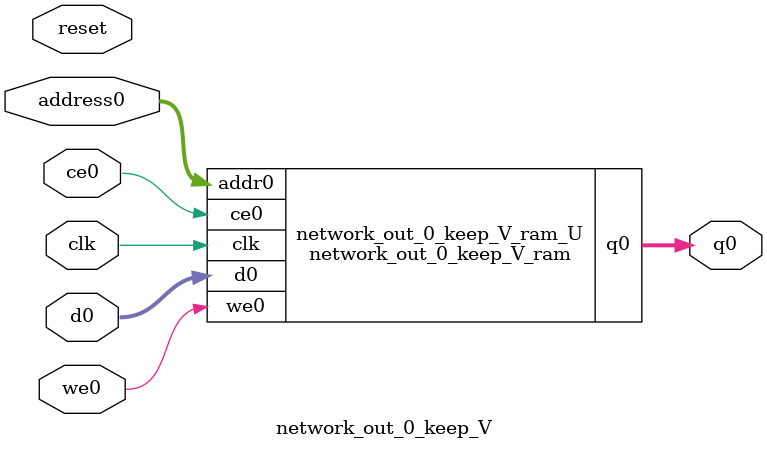
<source format=v>
`timescale 1 ns / 1 ps
module network_out_0_keep_V_ram (addr0, ce0, d0, we0, q0,  clk);

parameter DWIDTH = 2;
parameter AWIDTH = 10;
parameter MEM_SIZE = 784;

input[AWIDTH-1:0] addr0;
input ce0;
input[DWIDTH-1:0] d0;
input we0;
output reg[DWIDTH-1:0] q0;
input clk;

(* ram_style = "block" *)reg [DWIDTH-1:0] ram[0:MEM_SIZE-1];




always @(posedge clk)  
begin 
    if (ce0) 
    begin
        if (we0) 
        begin 
            ram[addr0] <= d0; 
        end 
        q0 <= ram[addr0];
    end
end


endmodule

`timescale 1 ns / 1 ps
module network_out_0_keep_V(
    reset,
    clk,
    address0,
    ce0,
    we0,
    d0,
    q0);

parameter DataWidth = 32'd2;
parameter AddressRange = 32'd784;
parameter AddressWidth = 32'd10;
input reset;
input clk;
input[AddressWidth - 1:0] address0;
input ce0;
input we0;
input[DataWidth - 1:0] d0;
output[DataWidth - 1:0] q0;



network_out_0_keep_V_ram network_out_0_keep_V_ram_U(
    .clk( clk ),
    .addr0( address0 ),
    .ce0( ce0 ),
    .we0( we0 ),
    .d0( d0 ),
    .q0( q0 ));

endmodule


</source>
